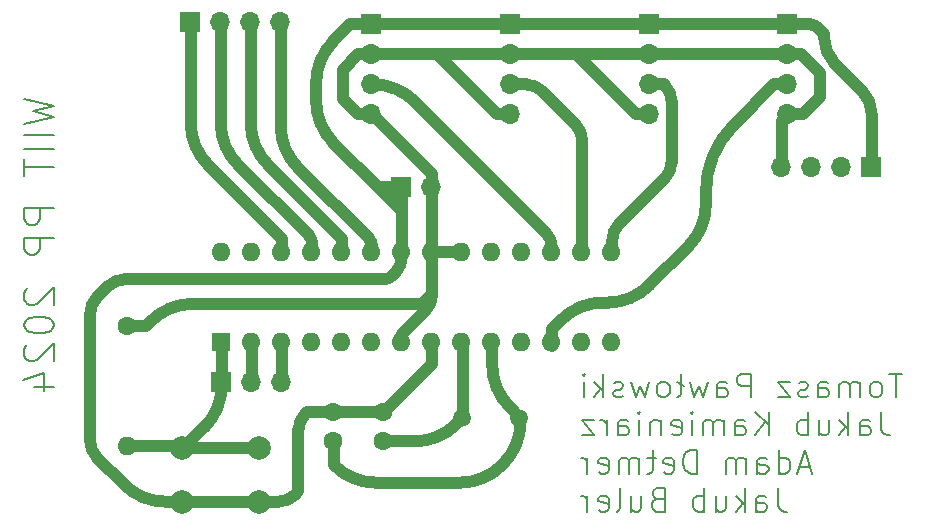
<source format=gbr>
%TF.GenerationSoftware,KiCad,Pcbnew,8.0.1*%
%TF.CreationDate,2024-04-07T11:58:20+02:00*%
%TF.ProjectId,RobotASK,526f626f-7441-4534-9b2e-6b696361645f,rev?*%
%TF.SameCoordinates,Original*%
%TF.FileFunction,Copper,L2,Bot*%
%TF.FilePolarity,Positive*%
%FSLAX46Y46*%
G04 Gerber Fmt 4.6, Leading zero omitted, Abs format (unit mm)*
G04 Created by KiCad (PCBNEW 8.0.1) date 2024-04-07 11:58:20*
%MOMM*%
%LPD*%
G01*
G04 APERTURE LIST*
%ADD10C,0.150000*%
%TA.AperFunction,NonConductor*%
%ADD11C,0.150000*%
%TD*%
%TA.AperFunction,ComponentPad*%
%ADD12R,1.700000X1.700000*%
%TD*%
%TA.AperFunction,ComponentPad*%
%ADD13O,1.700000X1.700000*%
%TD*%
%TA.AperFunction,ComponentPad*%
%ADD14C,1.600000*%
%TD*%
%TA.AperFunction,ComponentPad*%
%ADD15O,1.600000X1.600000*%
%TD*%
%TA.AperFunction,ComponentPad*%
%ADD16C,1.500000*%
%TD*%
%TA.AperFunction,ComponentPad*%
%ADD17C,2.000000*%
%TD*%
%TA.AperFunction,ComponentPad*%
%ADD18R,1.600000X1.600000*%
%TD*%
%TA.AperFunction,Conductor*%
%ADD19C,1.000000*%
%TD*%
G04 APERTURE END LIST*
D10*
D11*
X146727258Y-84287774D02*
X145584401Y-84287774D01*
X146155830Y-86287774D02*
X146155830Y-84287774D01*
X144632020Y-86287774D02*
X144822496Y-86192536D01*
X144822496Y-86192536D02*
X144917734Y-86097297D01*
X144917734Y-86097297D02*
X145012972Y-85906821D01*
X145012972Y-85906821D02*
X145012972Y-85335393D01*
X145012972Y-85335393D02*
X144917734Y-85144916D01*
X144917734Y-85144916D02*
X144822496Y-85049678D01*
X144822496Y-85049678D02*
X144632020Y-84954440D01*
X144632020Y-84954440D02*
X144346305Y-84954440D01*
X144346305Y-84954440D02*
X144155829Y-85049678D01*
X144155829Y-85049678D02*
X144060591Y-85144916D01*
X144060591Y-85144916D02*
X143965353Y-85335393D01*
X143965353Y-85335393D02*
X143965353Y-85906821D01*
X143965353Y-85906821D02*
X144060591Y-86097297D01*
X144060591Y-86097297D02*
X144155829Y-86192536D01*
X144155829Y-86192536D02*
X144346305Y-86287774D01*
X144346305Y-86287774D02*
X144632020Y-86287774D01*
X143108210Y-86287774D02*
X143108210Y-84954440D01*
X143108210Y-85144916D02*
X143012972Y-85049678D01*
X143012972Y-85049678D02*
X142822496Y-84954440D01*
X142822496Y-84954440D02*
X142536781Y-84954440D01*
X142536781Y-84954440D02*
X142346305Y-85049678D01*
X142346305Y-85049678D02*
X142251067Y-85240155D01*
X142251067Y-85240155D02*
X142251067Y-86287774D01*
X142251067Y-85240155D02*
X142155829Y-85049678D01*
X142155829Y-85049678D02*
X141965353Y-84954440D01*
X141965353Y-84954440D02*
X141679639Y-84954440D01*
X141679639Y-84954440D02*
X141489162Y-85049678D01*
X141489162Y-85049678D02*
X141393924Y-85240155D01*
X141393924Y-85240155D02*
X141393924Y-86287774D01*
X139584400Y-86287774D02*
X139584400Y-85240155D01*
X139584400Y-85240155D02*
X139679638Y-85049678D01*
X139679638Y-85049678D02*
X139870114Y-84954440D01*
X139870114Y-84954440D02*
X140251067Y-84954440D01*
X140251067Y-84954440D02*
X140441543Y-85049678D01*
X139584400Y-86192536D02*
X139774876Y-86287774D01*
X139774876Y-86287774D02*
X140251067Y-86287774D01*
X140251067Y-86287774D02*
X140441543Y-86192536D01*
X140441543Y-86192536D02*
X140536781Y-86002059D01*
X140536781Y-86002059D02*
X140536781Y-85811583D01*
X140536781Y-85811583D02*
X140441543Y-85621107D01*
X140441543Y-85621107D02*
X140251067Y-85525869D01*
X140251067Y-85525869D02*
X139774876Y-85525869D01*
X139774876Y-85525869D02*
X139584400Y-85430631D01*
X138727257Y-86192536D02*
X138536781Y-86287774D01*
X138536781Y-86287774D02*
X138155829Y-86287774D01*
X138155829Y-86287774D02*
X137965352Y-86192536D01*
X137965352Y-86192536D02*
X137870114Y-86002059D01*
X137870114Y-86002059D02*
X137870114Y-85906821D01*
X137870114Y-85906821D02*
X137965352Y-85716345D01*
X137965352Y-85716345D02*
X138155829Y-85621107D01*
X138155829Y-85621107D02*
X138441543Y-85621107D01*
X138441543Y-85621107D02*
X138632019Y-85525869D01*
X138632019Y-85525869D02*
X138727257Y-85335393D01*
X138727257Y-85335393D02*
X138727257Y-85240155D01*
X138727257Y-85240155D02*
X138632019Y-85049678D01*
X138632019Y-85049678D02*
X138441543Y-84954440D01*
X138441543Y-84954440D02*
X138155829Y-84954440D01*
X138155829Y-84954440D02*
X137965352Y-85049678D01*
X137203447Y-84954440D02*
X136155828Y-84954440D01*
X136155828Y-84954440D02*
X137203447Y-86287774D01*
X137203447Y-86287774D02*
X136155828Y-86287774D01*
X133870113Y-86287774D02*
X133870113Y-84287774D01*
X133870113Y-84287774D02*
X133108208Y-84287774D01*
X133108208Y-84287774D02*
X132917732Y-84383012D01*
X132917732Y-84383012D02*
X132822494Y-84478250D01*
X132822494Y-84478250D02*
X132727256Y-84668726D01*
X132727256Y-84668726D02*
X132727256Y-84954440D01*
X132727256Y-84954440D02*
X132822494Y-85144916D01*
X132822494Y-85144916D02*
X132917732Y-85240155D01*
X132917732Y-85240155D02*
X133108208Y-85335393D01*
X133108208Y-85335393D02*
X133870113Y-85335393D01*
X131012970Y-86287774D02*
X131012970Y-85240155D01*
X131012970Y-85240155D02*
X131108208Y-85049678D01*
X131108208Y-85049678D02*
X131298684Y-84954440D01*
X131298684Y-84954440D02*
X131679637Y-84954440D01*
X131679637Y-84954440D02*
X131870113Y-85049678D01*
X131012970Y-86192536D02*
X131203446Y-86287774D01*
X131203446Y-86287774D02*
X131679637Y-86287774D01*
X131679637Y-86287774D02*
X131870113Y-86192536D01*
X131870113Y-86192536D02*
X131965351Y-86002059D01*
X131965351Y-86002059D02*
X131965351Y-85811583D01*
X131965351Y-85811583D02*
X131870113Y-85621107D01*
X131870113Y-85621107D02*
X131679637Y-85525869D01*
X131679637Y-85525869D02*
X131203446Y-85525869D01*
X131203446Y-85525869D02*
X131012970Y-85430631D01*
X130251065Y-84954440D02*
X129870113Y-86287774D01*
X129870113Y-86287774D02*
X129489160Y-85335393D01*
X129489160Y-85335393D02*
X129108208Y-86287774D01*
X129108208Y-86287774D02*
X128727256Y-84954440D01*
X127679637Y-86287774D02*
X127870113Y-86192536D01*
X127870113Y-86192536D02*
X127965351Y-86002059D01*
X127965351Y-86002059D02*
X127965351Y-84287774D01*
X128251065Y-85335393D02*
X127679637Y-84954440D01*
X126632018Y-86287774D02*
X126822494Y-86192536D01*
X126822494Y-86192536D02*
X126917732Y-86097297D01*
X126917732Y-86097297D02*
X127012970Y-85906821D01*
X127012970Y-85906821D02*
X127012970Y-85335393D01*
X127012970Y-85335393D02*
X126917732Y-85144916D01*
X126917732Y-85144916D02*
X126822494Y-85049678D01*
X126822494Y-85049678D02*
X126632018Y-84954440D01*
X126632018Y-84954440D02*
X126346303Y-84954440D01*
X126346303Y-84954440D02*
X126155827Y-85049678D01*
X126155827Y-85049678D02*
X126060589Y-85144916D01*
X126060589Y-85144916D02*
X125965351Y-85335393D01*
X125965351Y-85335393D02*
X125965351Y-85906821D01*
X125965351Y-85906821D02*
X126060589Y-86097297D01*
X126060589Y-86097297D02*
X126155827Y-86192536D01*
X126155827Y-86192536D02*
X126346303Y-86287774D01*
X126346303Y-86287774D02*
X126632018Y-86287774D01*
X125298684Y-84954440D02*
X124917732Y-86287774D01*
X124917732Y-86287774D02*
X124536779Y-85335393D01*
X124536779Y-85335393D02*
X124155827Y-86287774D01*
X124155827Y-86287774D02*
X123774875Y-84954440D01*
X123108208Y-86192536D02*
X122917732Y-86287774D01*
X122917732Y-86287774D02*
X122536780Y-86287774D01*
X122536780Y-86287774D02*
X122346303Y-86192536D01*
X122346303Y-86192536D02*
X122251065Y-86002059D01*
X122251065Y-86002059D02*
X122251065Y-85906821D01*
X122251065Y-85906821D02*
X122346303Y-85716345D01*
X122346303Y-85716345D02*
X122536780Y-85621107D01*
X122536780Y-85621107D02*
X122822494Y-85621107D01*
X122822494Y-85621107D02*
X123012970Y-85525869D01*
X123012970Y-85525869D02*
X123108208Y-85335393D01*
X123108208Y-85335393D02*
X123108208Y-85240155D01*
X123108208Y-85240155D02*
X123012970Y-85049678D01*
X123012970Y-85049678D02*
X122822494Y-84954440D01*
X122822494Y-84954440D02*
X122536780Y-84954440D01*
X122536780Y-84954440D02*
X122346303Y-85049678D01*
X121393922Y-86287774D02*
X121393922Y-84287774D01*
X121203446Y-85525869D02*
X120632017Y-86287774D01*
X120632017Y-84954440D02*
X121393922Y-85716345D01*
X119774874Y-86287774D02*
X119774874Y-84954440D01*
X119774874Y-84287774D02*
X119870112Y-84383012D01*
X119870112Y-84383012D02*
X119774874Y-84478250D01*
X119774874Y-84478250D02*
X119679636Y-84383012D01*
X119679636Y-84383012D02*
X119774874Y-84287774D01*
X119774874Y-84287774D02*
X119774874Y-84478250D01*
X144917734Y-87507662D02*
X144917734Y-88936233D01*
X144917734Y-88936233D02*
X145012973Y-89221947D01*
X145012973Y-89221947D02*
X145203449Y-89412424D01*
X145203449Y-89412424D02*
X145489163Y-89507662D01*
X145489163Y-89507662D02*
X145679639Y-89507662D01*
X143108210Y-89507662D02*
X143108210Y-88460043D01*
X143108210Y-88460043D02*
X143203448Y-88269566D01*
X143203448Y-88269566D02*
X143393924Y-88174328D01*
X143393924Y-88174328D02*
X143774877Y-88174328D01*
X143774877Y-88174328D02*
X143965353Y-88269566D01*
X143108210Y-89412424D02*
X143298686Y-89507662D01*
X143298686Y-89507662D02*
X143774877Y-89507662D01*
X143774877Y-89507662D02*
X143965353Y-89412424D01*
X143965353Y-89412424D02*
X144060591Y-89221947D01*
X144060591Y-89221947D02*
X144060591Y-89031471D01*
X144060591Y-89031471D02*
X143965353Y-88840995D01*
X143965353Y-88840995D02*
X143774877Y-88745757D01*
X143774877Y-88745757D02*
X143298686Y-88745757D01*
X143298686Y-88745757D02*
X143108210Y-88650519D01*
X142155829Y-89507662D02*
X142155829Y-87507662D01*
X141965353Y-88745757D02*
X141393924Y-89507662D01*
X141393924Y-88174328D02*
X142155829Y-88936233D01*
X139679638Y-88174328D02*
X139679638Y-89507662D01*
X140536781Y-88174328D02*
X140536781Y-89221947D01*
X140536781Y-89221947D02*
X140441543Y-89412424D01*
X140441543Y-89412424D02*
X140251067Y-89507662D01*
X140251067Y-89507662D02*
X139965352Y-89507662D01*
X139965352Y-89507662D02*
X139774876Y-89412424D01*
X139774876Y-89412424D02*
X139679638Y-89317185D01*
X138727257Y-89507662D02*
X138727257Y-87507662D01*
X138727257Y-88269566D02*
X138536781Y-88174328D01*
X138536781Y-88174328D02*
X138155828Y-88174328D01*
X138155828Y-88174328D02*
X137965352Y-88269566D01*
X137965352Y-88269566D02*
X137870114Y-88364804D01*
X137870114Y-88364804D02*
X137774876Y-88555281D01*
X137774876Y-88555281D02*
X137774876Y-89126709D01*
X137774876Y-89126709D02*
X137870114Y-89317185D01*
X137870114Y-89317185D02*
X137965352Y-89412424D01*
X137965352Y-89412424D02*
X138155828Y-89507662D01*
X138155828Y-89507662D02*
X138536781Y-89507662D01*
X138536781Y-89507662D02*
X138727257Y-89412424D01*
X135393923Y-89507662D02*
X135393923Y-87507662D01*
X134251066Y-89507662D02*
X135108209Y-88364804D01*
X134251066Y-87507662D02*
X135393923Y-88650519D01*
X132536780Y-89507662D02*
X132536780Y-88460043D01*
X132536780Y-88460043D02*
X132632018Y-88269566D01*
X132632018Y-88269566D02*
X132822494Y-88174328D01*
X132822494Y-88174328D02*
X133203447Y-88174328D01*
X133203447Y-88174328D02*
X133393923Y-88269566D01*
X132536780Y-89412424D02*
X132727256Y-89507662D01*
X132727256Y-89507662D02*
X133203447Y-89507662D01*
X133203447Y-89507662D02*
X133393923Y-89412424D01*
X133393923Y-89412424D02*
X133489161Y-89221947D01*
X133489161Y-89221947D02*
X133489161Y-89031471D01*
X133489161Y-89031471D02*
X133393923Y-88840995D01*
X133393923Y-88840995D02*
X133203447Y-88745757D01*
X133203447Y-88745757D02*
X132727256Y-88745757D01*
X132727256Y-88745757D02*
X132536780Y-88650519D01*
X131584399Y-89507662D02*
X131584399Y-88174328D01*
X131584399Y-88364804D02*
X131489161Y-88269566D01*
X131489161Y-88269566D02*
X131298685Y-88174328D01*
X131298685Y-88174328D02*
X131012970Y-88174328D01*
X131012970Y-88174328D02*
X130822494Y-88269566D01*
X130822494Y-88269566D02*
X130727256Y-88460043D01*
X130727256Y-88460043D02*
X130727256Y-89507662D01*
X130727256Y-88460043D02*
X130632018Y-88269566D01*
X130632018Y-88269566D02*
X130441542Y-88174328D01*
X130441542Y-88174328D02*
X130155828Y-88174328D01*
X130155828Y-88174328D02*
X129965351Y-88269566D01*
X129965351Y-88269566D02*
X129870113Y-88460043D01*
X129870113Y-88460043D02*
X129870113Y-89507662D01*
X128917732Y-89507662D02*
X128917732Y-88174328D01*
X128917732Y-87507662D02*
X129012970Y-87602900D01*
X129012970Y-87602900D02*
X128917732Y-87698138D01*
X128917732Y-87698138D02*
X128822494Y-87602900D01*
X128822494Y-87602900D02*
X128917732Y-87507662D01*
X128917732Y-87507662D02*
X128917732Y-87698138D01*
X127203446Y-89412424D02*
X127393922Y-89507662D01*
X127393922Y-89507662D02*
X127774875Y-89507662D01*
X127774875Y-89507662D02*
X127965351Y-89412424D01*
X127965351Y-89412424D02*
X128060589Y-89221947D01*
X128060589Y-89221947D02*
X128060589Y-88460043D01*
X128060589Y-88460043D02*
X127965351Y-88269566D01*
X127965351Y-88269566D02*
X127774875Y-88174328D01*
X127774875Y-88174328D02*
X127393922Y-88174328D01*
X127393922Y-88174328D02*
X127203446Y-88269566D01*
X127203446Y-88269566D02*
X127108208Y-88460043D01*
X127108208Y-88460043D02*
X127108208Y-88650519D01*
X127108208Y-88650519D02*
X128060589Y-88840995D01*
X126251065Y-88174328D02*
X126251065Y-89507662D01*
X126251065Y-88364804D02*
X126155827Y-88269566D01*
X126155827Y-88269566D02*
X125965351Y-88174328D01*
X125965351Y-88174328D02*
X125679636Y-88174328D01*
X125679636Y-88174328D02*
X125489160Y-88269566D01*
X125489160Y-88269566D02*
X125393922Y-88460043D01*
X125393922Y-88460043D02*
X125393922Y-89507662D01*
X124441541Y-89507662D02*
X124441541Y-88174328D01*
X124441541Y-87507662D02*
X124536779Y-87602900D01*
X124536779Y-87602900D02*
X124441541Y-87698138D01*
X124441541Y-87698138D02*
X124346303Y-87602900D01*
X124346303Y-87602900D02*
X124441541Y-87507662D01*
X124441541Y-87507662D02*
X124441541Y-87698138D01*
X122632017Y-89507662D02*
X122632017Y-88460043D01*
X122632017Y-88460043D02*
X122727255Y-88269566D01*
X122727255Y-88269566D02*
X122917731Y-88174328D01*
X122917731Y-88174328D02*
X123298684Y-88174328D01*
X123298684Y-88174328D02*
X123489160Y-88269566D01*
X122632017Y-89412424D02*
X122822493Y-89507662D01*
X122822493Y-89507662D02*
X123298684Y-89507662D01*
X123298684Y-89507662D02*
X123489160Y-89412424D01*
X123489160Y-89412424D02*
X123584398Y-89221947D01*
X123584398Y-89221947D02*
X123584398Y-89031471D01*
X123584398Y-89031471D02*
X123489160Y-88840995D01*
X123489160Y-88840995D02*
X123298684Y-88745757D01*
X123298684Y-88745757D02*
X122822493Y-88745757D01*
X122822493Y-88745757D02*
X122632017Y-88650519D01*
X121679636Y-89507662D02*
X121679636Y-88174328D01*
X121679636Y-88555281D02*
X121584398Y-88364804D01*
X121584398Y-88364804D02*
X121489160Y-88269566D01*
X121489160Y-88269566D02*
X121298684Y-88174328D01*
X121298684Y-88174328D02*
X121108207Y-88174328D01*
X120632017Y-88174328D02*
X119584398Y-88174328D01*
X119584398Y-88174328D02*
X120632017Y-89507662D01*
X120632017Y-89507662D02*
X119584398Y-89507662D01*
X138917733Y-92156121D02*
X137965352Y-92156121D01*
X139108209Y-92727550D02*
X138441543Y-90727550D01*
X138441543Y-90727550D02*
X137774876Y-92727550D01*
X136251066Y-92727550D02*
X136251066Y-90727550D01*
X136251066Y-92632312D02*
X136441542Y-92727550D01*
X136441542Y-92727550D02*
X136822495Y-92727550D01*
X136822495Y-92727550D02*
X137012971Y-92632312D01*
X137012971Y-92632312D02*
X137108209Y-92537073D01*
X137108209Y-92537073D02*
X137203447Y-92346597D01*
X137203447Y-92346597D02*
X137203447Y-91775169D01*
X137203447Y-91775169D02*
X137108209Y-91584692D01*
X137108209Y-91584692D02*
X137012971Y-91489454D01*
X137012971Y-91489454D02*
X136822495Y-91394216D01*
X136822495Y-91394216D02*
X136441542Y-91394216D01*
X136441542Y-91394216D02*
X136251066Y-91489454D01*
X134441542Y-92727550D02*
X134441542Y-91679931D01*
X134441542Y-91679931D02*
X134536780Y-91489454D01*
X134536780Y-91489454D02*
X134727256Y-91394216D01*
X134727256Y-91394216D02*
X135108209Y-91394216D01*
X135108209Y-91394216D02*
X135298685Y-91489454D01*
X134441542Y-92632312D02*
X134632018Y-92727550D01*
X134632018Y-92727550D02*
X135108209Y-92727550D01*
X135108209Y-92727550D02*
X135298685Y-92632312D01*
X135298685Y-92632312D02*
X135393923Y-92441835D01*
X135393923Y-92441835D02*
X135393923Y-92251359D01*
X135393923Y-92251359D02*
X135298685Y-92060883D01*
X135298685Y-92060883D02*
X135108209Y-91965645D01*
X135108209Y-91965645D02*
X134632018Y-91965645D01*
X134632018Y-91965645D02*
X134441542Y-91870407D01*
X133489161Y-92727550D02*
X133489161Y-91394216D01*
X133489161Y-91584692D02*
X133393923Y-91489454D01*
X133393923Y-91489454D02*
X133203447Y-91394216D01*
X133203447Y-91394216D02*
X132917732Y-91394216D01*
X132917732Y-91394216D02*
X132727256Y-91489454D01*
X132727256Y-91489454D02*
X132632018Y-91679931D01*
X132632018Y-91679931D02*
X132632018Y-92727550D01*
X132632018Y-91679931D02*
X132536780Y-91489454D01*
X132536780Y-91489454D02*
X132346304Y-91394216D01*
X132346304Y-91394216D02*
X132060590Y-91394216D01*
X132060590Y-91394216D02*
X131870113Y-91489454D01*
X131870113Y-91489454D02*
X131774875Y-91679931D01*
X131774875Y-91679931D02*
X131774875Y-92727550D01*
X129298684Y-92727550D02*
X129298684Y-90727550D01*
X129298684Y-90727550D02*
X128822494Y-90727550D01*
X128822494Y-90727550D02*
X128536779Y-90822788D01*
X128536779Y-90822788D02*
X128346303Y-91013264D01*
X128346303Y-91013264D02*
X128251065Y-91203740D01*
X128251065Y-91203740D02*
X128155827Y-91584692D01*
X128155827Y-91584692D02*
X128155827Y-91870407D01*
X128155827Y-91870407D02*
X128251065Y-92251359D01*
X128251065Y-92251359D02*
X128346303Y-92441835D01*
X128346303Y-92441835D02*
X128536779Y-92632312D01*
X128536779Y-92632312D02*
X128822494Y-92727550D01*
X128822494Y-92727550D02*
X129298684Y-92727550D01*
X126536779Y-92632312D02*
X126727255Y-92727550D01*
X126727255Y-92727550D02*
X127108208Y-92727550D01*
X127108208Y-92727550D02*
X127298684Y-92632312D01*
X127298684Y-92632312D02*
X127393922Y-92441835D01*
X127393922Y-92441835D02*
X127393922Y-91679931D01*
X127393922Y-91679931D02*
X127298684Y-91489454D01*
X127298684Y-91489454D02*
X127108208Y-91394216D01*
X127108208Y-91394216D02*
X126727255Y-91394216D01*
X126727255Y-91394216D02*
X126536779Y-91489454D01*
X126536779Y-91489454D02*
X126441541Y-91679931D01*
X126441541Y-91679931D02*
X126441541Y-91870407D01*
X126441541Y-91870407D02*
X127393922Y-92060883D01*
X125870112Y-91394216D02*
X125108208Y-91394216D01*
X125584398Y-90727550D02*
X125584398Y-92441835D01*
X125584398Y-92441835D02*
X125489160Y-92632312D01*
X125489160Y-92632312D02*
X125298684Y-92727550D01*
X125298684Y-92727550D02*
X125108208Y-92727550D01*
X124441541Y-92727550D02*
X124441541Y-91394216D01*
X124441541Y-91584692D02*
X124346303Y-91489454D01*
X124346303Y-91489454D02*
X124155827Y-91394216D01*
X124155827Y-91394216D02*
X123870112Y-91394216D01*
X123870112Y-91394216D02*
X123679636Y-91489454D01*
X123679636Y-91489454D02*
X123584398Y-91679931D01*
X123584398Y-91679931D02*
X123584398Y-92727550D01*
X123584398Y-91679931D02*
X123489160Y-91489454D01*
X123489160Y-91489454D02*
X123298684Y-91394216D01*
X123298684Y-91394216D02*
X123012970Y-91394216D01*
X123012970Y-91394216D02*
X122822493Y-91489454D01*
X122822493Y-91489454D02*
X122727255Y-91679931D01*
X122727255Y-91679931D02*
X122727255Y-92727550D01*
X121012969Y-92632312D02*
X121203445Y-92727550D01*
X121203445Y-92727550D02*
X121584398Y-92727550D01*
X121584398Y-92727550D02*
X121774874Y-92632312D01*
X121774874Y-92632312D02*
X121870112Y-92441835D01*
X121870112Y-92441835D02*
X121870112Y-91679931D01*
X121870112Y-91679931D02*
X121774874Y-91489454D01*
X121774874Y-91489454D02*
X121584398Y-91394216D01*
X121584398Y-91394216D02*
X121203445Y-91394216D01*
X121203445Y-91394216D02*
X121012969Y-91489454D01*
X121012969Y-91489454D02*
X120917731Y-91679931D01*
X120917731Y-91679931D02*
X120917731Y-91870407D01*
X120917731Y-91870407D02*
X121870112Y-92060883D01*
X120060588Y-92727550D02*
X120060588Y-91394216D01*
X120060588Y-91775169D02*
X119965350Y-91584692D01*
X119965350Y-91584692D02*
X119870112Y-91489454D01*
X119870112Y-91489454D02*
X119679636Y-91394216D01*
X119679636Y-91394216D02*
X119489159Y-91394216D01*
X136155828Y-93947438D02*
X136155828Y-95376009D01*
X136155828Y-95376009D02*
X136251067Y-95661723D01*
X136251067Y-95661723D02*
X136441543Y-95852200D01*
X136441543Y-95852200D02*
X136727257Y-95947438D01*
X136727257Y-95947438D02*
X136917733Y-95947438D01*
X134346304Y-95947438D02*
X134346304Y-94899819D01*
X134346304Y-94899819D02*
X134441542Y-94709342D01*
X134441542Y-94709342D02*
X134632018Y-94614104D01*
X134632018Y-94614104D02*
X135012971Y-94614104D01*
X135012971Y-94614104D02*
X135203447Y-94709342D01*
X134346304Y-95852200D02*
X134536780Y-95947438D01*
X134536780Y-95947438D02*
X135012971Y-95947438D01*
X135012971Y-95947438D02*
X135203447Y-95852200D01*
X135203447Y-95852200D02*
X135298685Y-95661723D01*
X135298685Y-95661723D02*
X135298685Y-95471247D01*
X135298685Y-95471247D02*
X135203447Y-95280771D01*
X135203447Y-95280771D02*
X135012971Y-95185533D01*
X135012971Y-95185533D02*
X134536780Y-95185533D01*
X134536780Y-95185533D02*
X134346304Y-95090295D01*
X133393923Y-95947438D02*
X133393923Y-93947438D01*
X133203447Y-95185533D02*
X132632018Y-95947438D01*
X132632018Y-94614104D02*
X133393923Y-95376009D01*
X130917732Y-94614104D02*
X130917732Y-95947438D01*
X131774875Y-94614104D02*
X131774875Y-95661723D01*
X131774875Y-95661723D02*
X131679637Y-95852200D01*
X131679637Y-95852200D02*
X131489161Y-95947438D01*
X131489161Y-95947438D02*
X131203446Y-95947438D01*
X131203446Y-95947438D02*
X131012970Y-95852200D01*
X131012970Y-95852200D02*
X130917732Y-95756961D01*
X129965351Y-95947438D02*
X129965351Y-93947438D01*
X129965351Y-94709342D02*
X129774875Y-94614104D01*
X129774875Y-94614104D02*
X129393922Y-94614104D01*
X129393922Y-94614104D02*
X129203446Y-94709342D01*
X129203446Y-94709342D02*
X129108208Y-94804580D01*
X129108208Y-94804580D02*
X129012970Y-94995057D01*
X129012970Y-94995057D02*
X129012970Y-95566485D01*
X129012970Y-95566485D02*
X129108208Y-95756961D01*
X129108208Y-95756961D02*
X129203446Y-95852200D01*
X129203446Y-95852200D02*
X129393922Y-95947438D01*
X129393922Y-95947438D02*
X129774875Y-95947438D01*
X129774875Y-95947438D02*
X129965351Y-95852200D01*
X125965350Y-94899819D02*
X125679636Y-94995057D01*
X125679636Y-94995057D02*
X125584398Y-95090295D01*
X125584398Y-95090295D02*
X125489160Y-95280771D01*
X125489160Y-95280771D02*
X125489160Y-95566485D01*
X125489160Y-95566485D02*
X125584398Y-95756961D01*
X125584398Y-95756961D02*
X125679636Y-95852200D01*
X125679636Y-95852200D02*
X125870112Y-95947438D01*
X125870112Y-95947438D02*
X126632017Y-95947438D01*
X126632017Y-95947438D02*
X126632017Y-93947438D01*
X126632017Y-93947438D02*
X125965350Y-93947438D01*
X125965350Y-93947438D02*
X125774874Y-94042676D01*
X125774874Y-94042676D02*
X125679636Y-94137914D01*
X125679636Y-94137914D02*
X125584398Y-94328390D01*
X125584398Y-94328390D02*
X125584398Y-94518866D01*
X125584398Y-94518866D02*
X125679636Y-94709342D01*
X125679636Y-94709342D02*
X125774874Y-94804580D01*
X125774874Y-94804580D02*
X125965350Y-94899819D01*
X125965350Y-94899819D02*
X126632017Y-94899819D01*
X123774874Y-94614104D02*
X123774874Y-95947438D01*
X124632017Y-94614104D02*
X124632017Y-95661723D01*
X124632017Y-95661723D02*
X124536779Y-95852200D01*
X124536779Y-95852200D02*
X124346303Y-95947438D01*
X124346303Y-95947438D02*
X124060588Y-95947438D01*
X124060588Y-95947438D02*
X123870112Y-95852200D01*
X123870112Y-95852200D02*
X123774874Y-95756961D01*
X122536779Y-95947438D02*
X122727255Y-95852200D01*
X122727255Y-95852200D02*
X122822493Y-95661723D01*
X122822493Y-95661723D02*
X122822493Y-93947438D01*
X121012969Y-95852200D02*
X121203445Y-95947438D01*
X121203445Y-95947438D02*
X121584398Y-95947438D01*
X121584398Y-95947438D02*
X121774874Y-95852200D01*
X121774874Y-95852200D02*
X121870112Y-95661723D01*
X121870112Y-95661723D02*
X121870112Y-94899819D01*
X121870112Y-94899819D02*
X121774874Y-94709342D01*
X121774874Y-94709342D02*
X121584398Y-94614104D01*
X121584398Y-94614104D02*
X121203445Y-94614104D01*
X121203445Y-94614104D02*
X121012969Y-94709342D01*
X121012969Y-94709342D02*
X120917731Y-94899819D01*
X120917731Y-94899819D02*
X120917731Y-95090295D01*
X120917731Y-95090295D02*
X121870112Y-95280771D01*
X120060588Y-95947438D02*
X120060588Y-94614104D01*
X120060588Y-94995057D02*
X119965350Y-94804580D01*
X119965350Y-94804580D02*
X119870112Y-94709342D01*
X119870112Y-94709342D02*
X119679636Y-94614104D01*
X119679636Y-94614104D02*
X119489159Y-94614104D01*
D10*
D11*
X72386247Y-60982269D02*
X74886247Y-61577507D01*
X74886247Y-61577507D02*
X73100533Y-62053698D01*
X73100533Y-62053698D02*
X74886247Y-62529888D01*
X74886247Y-62529888D02*
X72386247Y-63125127D01*
X74886247Y-64077508D02*
X72386247Y-64077508D01*
X74886247Y-65267984D02*
X72386247Y-65267984D01*
X72386247Y-66101317D02*
X72386247Y-67529888D01*
X74886247Y-66815602D02*
X72386247Y-66815602D01*
X74886247Y-70267984D02*
X72386247Y-70267984D01*
X72386247Y-70267984D02*
X72386247Y-71220365D01*
X72386247Y-71220365D02*
X72505295Y-71458460D01*
X72505295Y-71458460D02*
X72624342Y-71577507D01*
X72624342Y-71577507D02*
X72862438Y-71696555D01*
X72862438Y-71696555D02*
X73219580Y-71696555D01*
X73219580Y-71696555D02*
X73457676Y-71577507D01*
X73457676Y-71577507D02*
X73576723Y-71458460D01*
X73576723Y-71458460D02*
X73695771Y-71220365D01*
X73695771Y-71220365D02*
X73695771Y-70267984D01*
X74886247Y-72767984D02*
X72386247Y-72767984D01*
X72386247Y-72767984D02*
X72386247Y-73720365D01*
X72386247Y-73720365D02*
X72505295Y-73958460D01*
X72505295Y-73958460D02*
X72624342Y-74077507D01*
X72624342Y-74077507D02*
X72862438Y-74196555D01*
X72862438Y-74196555D02*
X73219580Y-74196555D01*
X73219580Y-74196555D02*
X73457676Y-74077507D01*
X73457676Y-74077507D02*
X73576723Y-73958460D01*
X73576723Y-73958460D02*
X73695771Y-73720365D01*
X73695771Y-73720365D02*
X73695771Y-72767984D01*
X72624342Y-77053698D02*
X72505295Y-77172746D01*
X72505295Y-77172746D02*
X72386247Y-77410841D01*
X72386247Y-77410841D02*
X72386247Y-78006079D01*
X72386247Y-78006079D02*
X72505295Y-78244174D01*
X72505295Y-78244174D02*
X72624342Y-78363222D01*
X72624342Y-78363222D02*
X72862438Y-78482269D01*
X72862438Y-78482269D02*
X73100533Y-78482269D01*
X73100533Y-78482269D02*
X73457676Y-78363222D01*
X73457676Y-78363222D02*
X74886247Y-76934650D01*
X74886247Y-76934650D02*
X74886247Y-78482269D01*
X72386247Y-80029888D02*
X72386247Y-80267983D01*
X72386247Y-80267983D02*
X72505295Y-80506079D01*
X72505295Y-80506079D02*
X72624342Y-80625126D01*
X72624342Y-80625126D02*
X72862438Y-80744174D01*
X72862438Y-80744174D02*
X73338628Y-80863221D01*
X73338628Y-80863221D02*
X73933866Y-80863221D01*
X73933866Y-80863221D02*
X74410057Y-80744174D01*
X74410057Y-80744174D02*
X74648152Y-80625126D01*
X74648152Y-80625126D02*
X74767200Y-80506079D01*
X74767200Y-80506079D02*
X74886247Y-80267983D01*
X74886247Y-80267983D02*
X74886247Y-80029888D01*
X74886247Y-80029888D02*
X74767200Y-79791793D01*
X74767200Y-79791793D02*
X74648152Y-79672745D01*
X74648152Y-79672745D02*
X74410057Y-79553698D01*
X74410057Y-79553698D02*
X73933866Y-79434650D01*
X73933866Y-79434650D02*
X73338628Y-79434650D01*
X73338628Y-79434650D02*
X72862438Y-79553698D01*
X72862438Y-79553698D02*
X72624342Y-79672745D01*
X72624342Y-79672745D02*
X72505295Y-79791793D01*
X72505295Y-79791793D02*
X72386247Y-80029888D01*
X72624342Y-81815602D02*
X72505295Y-81934650D01*
X72505295Y-81934650D02*
X72386247Y-82172745D01*
X72386247Y-82172745D02*
X72386247Y-82767983D01*
X72386247Y-82767983D02*
X72505295Y-83006078D01*
X72505295Y-83006078D02*
X72624342Y-83125126D01*
X72624342Y-83125126D02*
X72862438Y-83244173D01*
X72862438Y-83244173D02*
X73100533Y-83244173D01*
X73100533Y-83244173D02*
X73457676Y-83125126D01*
X73457676Y-83125126D02*
X74886247Y-81696554D01*
X74886247Y-81696554D02*
X74886247Y-83244173D01*
X73219580Y-85387030D02*
X74886247Y-85387030D01*
X72267200Y-84791792D02*
X74052914Y-84196554D01*
X74052914Y-84196554D02*
X74052914Y-85744173D01*
D12*
%TO.P,J5,1,Pin_1*%
%TO.N,GND*%
X144050000Y-66770000D03*
D13*
%TO.P,J5,2,Pin_2*%
%TO.N,unconnected-(J5-Pin_2-Pad2)*%
X141510000Y-66770000D03*
%TO.P,J5,3,Pin_3*%
%TO.N,unconnected-(J5-Pin_3-Pad3)*%
X138970000Y-66770000D03*
%TO.P,J5,4,Pin_4*%
%TO.N,+5V*%
X136430000Y-66770000D03*
%TD*%
D12*
%TO.P,J6,1,Pin_1*%
%TO.N,PH3*%
X86380000Y-54500000D03*
D13*
%TO.P,J6,2,Pin_2*%
%TO.N,PH2*%
X88920000Y-54500000D03*
%TO.P,J6,3,Pin_3*%
%TO.N,PH1*%
X91460000Y-54500000D03*
%TO.P,J6,4,Pin_4*%
%TO.N,PH0*%
X94000000Y-54500000D03*
%TD*%
D14*
%TO.P,R9,1*%
%TO.N,+5V*%
X81110000Y-80250000D03*
D15*
%TO.P,R9,2*%
%TO.N,~RESET*%
X81110000Y-90410000D03*
%TD*%
D14*
%TO.P,C2,1*%
%TO.N,CRY1*%
X102750000Y-90000000D03*
%TO.P,C2,2*%
%TO.N,GND*%
X102750000Y-87500000D03*
%TD*%
D12*
%TO.P,J1,1,Pin_1*%
%TO.N,GND*%
X101750000Y-54700000D03*
D13*
%TO.P,J1,2,Pin_2*%
%TO.N,+5V*%
X101750000Y-57240000D03*
%TO.P,J1,3,Pin_3*%
%TO.N,SERV0*%
X101750000Y-59780000D03*
%TO.P,J1,4,Pin_4*%
%TO.N,+5V*%
X101750000Y-62320000D03*
%TD*%
D14*
%TO.P,C1,1*%
%TO.N,CRY2*%
X98500000Y-90000000D03*
%TO.P,C1,2*%
%TO.N,GND*%
X98500000Y-87500000D03*
%TD*%
D16*
%TO.P,Y1,1,1*%
%TO.N,CRY2*%
X114300000Y-88000000D03*
%TO.P,Y1,2,2*%
%TO.N,CRY1*%
X109420000Y-88000000D03*
%TD*%
D17*
%TO.P,SW2,1,1*%
%TO.N,GND*%
X92250000Y-95110000D03*
X85750000Y-95110000D03*
%TO.P,SW2,2,2*%
%TO.N,~RESET*%
X92250000Y-90610000D03*
X85750000Y-90610000D03*
%TD*%
D12*
%TO.P,J7,1,Pin_1*%
%TO.N,GND*%
X104240000Y-68500000D03*
D13*
%TO.P,J7,2,Pin_2*%
%TO.N,+5V*%
X106780000Y-68500000D03*
%TD*%
D18*
%TO.P,U1,1,~{RESET}/PC6*%
%TO.N,~RESET*%
X89050000Y-81620000D03*
D15*
%TO.P,U1,2,PD0*%
%TO.N,RX*%
X91590000Y-81620000D03*
%TO.P,U1,3,PD1*%
%TO.N,TX*%
X94130000Y-81620000D03*
%TO.P,U1,4,PD2*%
%TO.N,unconnected-(U1-PD2-Pad4)*%
X96670000Y-81620000D03*
%TO.P,U1,5,PD3*%
%TO.N,unconnected-(U1-PD3-Pad5)*%
X99210000Y-81620000D03*
%TO.P,U1,6,PD4*%
%TO.N,unconnected-(U1-PD4-Pad6)*%
X101750000Y-81620000D03*
%TO.P,U1,7,VCC*%
%TO.N,+5V*%
X104290000Y-81620000D03*
%TO.P,U1,8,GND*%
%TO.N,GND*%
X106830000Y-81620000D03*
%TO.P,U1,9,XTAL1/PB6*%
%TO.N,CRY1*%
X109370000Y-81620000D03*
%TO.P,U1,10,XTAL2/PB7*%
%TO.N,CRY2*%
X111910000Y-81620000D03*
%TO.P,U1,11,PD5*%
%TO.N,unconnected-(U1-PD5-Pad11)*%
X114450000Y-81620000D03*
%TO.P,U1,12,PD6*%
%TO.N,SERV3*%
X116990000Y-81620000D03*
%TO.P,U1,13,PD7*%
%TO.N,unconnected-(U1-PD7-Pad13)*%
X119530000Y-81620000D03*
%TO.P,U1,14,PB0*%
%TO.N,unconnected-(U1-PB0-Pad14)*%
X122070000Y-81620000D03*
%TO.P,U1,15,PB1*%
%TO.N,SERV2*%
X122070000Y-74000000D03*
%TO.P,U1,16,PB2*%
%TO.N,SERV1*%
X119530000Y-74000000D03*
%TO.P,U1,17,PB3*%
%TO.N,SERV0*%
X116990000Y-74000000D03*
%TO.P,U1,18,PB4*%
%TO.N,unconnected-(U1-PB4-Pad18)*%
X114450000Y-74000000D03*
%TO.P,U1,19,PB5*%
%TO.N,unconnected-(U1-PB5-Pad19)*%
X111910000Y-74000000D03*
%TO.P,U1,20,AVCC*%
%TO.N,+5V*%
X109370000Y-74000000D03*
%TO.P,U1,21,AREF*%
X106830000Y-74000000D03*
%TO.P,U1,22,GND*%
%TO.N,GND*%
X104290000Y-74000000D03*
%TO.P,U1,23,PC0*%
%TO.N,PH0*%
X101750000Y-74000000D03*
%TO.P,U1,24,PC1*%
%TO.N,PH1*%
X99210000Y-74000000D03*
%TO.P,U1,25,PC2*%
%TO.N,PH2*%
X96670000Y-74000000D03*
%TO.P,U1,26,PC3*%
%TO.N,PH3*%
X94130000Y-74000000D03*
%TO.P,U1,27,PC4*%
%TO.N,unconnected-(U1-PC4-Pad27)*%
X91590000Y-74000000D03*
%TO.P,U1,28,PC5*%
%TO.N,unconnected-(U1-PC5-Pad28)*%
X89050000Y-74000000D03*
%TD*%
D12*
%TO.P,J8,1,Pin_1*%
%TO.N,~RESET*%
X89000000Y-85000000D03*
D13*
%TO.P,J8,2,Pin_2*%
%TO.N,RX*%
X91540000Y-85000000D03*
%TO.P,J8,3,Pin_3*%
%TO.N,TX*%
X94080000Y-85000000D03*
%TD*%
D12*
%TO.P,J3,1,Pin_1*%
%TO.N,GND*%
X125250000Y-54700000D03*
D13*
%TO.P,J3,2,Pin_2*%
%TO.N,+5V*%
X125250000Y-57240000D03*
%TO.P,J3,3,Pin_3*%
%TO.N,SERV2*%
X125250000Y-59780000D03*
%TO.P,J3,4,Pin_4*%
%TO.N,+5V*%
X125250000Y-62320000D03*
%TD*%
D12*
%TO.P,J2,1,Pin_1*%
%TO.N,GND*%
X113500000Y-54700000D03*
D13*
%TO.P,J2,2,Pin_2*%
%TO.N,+5V*%
X113500000Y-57240000D03*
%TO.P,J2,3,Pin_3*%
%TO.N,SERV1*%
X113500000Y-59780000D03*
%TO.P,J2,4,Pin_4*%
%TO.N,+5V*%
X113500000Y-62320000D03*
%TD*%
D12*
%TO.P,J4,1,Pin_1*%
%TO.N,GND*%
X137000000Y-54700000D03*
D13*
%TO.P,J4,2,Pin_2*%
%TO.N,+5V*%
X137000000Y-57240000D03*
%TO.P,J4,3,Pin_3*%
%TO.N,SERV3*%
X137000000Y-59780000D03*
%TO.P,J4,4,Pin_4*%
%TO.N,+5V*%
X137000000Y-62320000D03*
%TD*%
D19*
%TO.N,CRY2*%
X113464466Y-87074466D02*
X114390000Y-88000000D01*
X98590000Y-92000000D02*
X98625534Y-92035534D01*
X112925534Y-91914466D02*
X112804466Y-92035534D01*
X112000000Y-81620000D02*
X112000000Y-83538932D01*
X98590000Y-92000000D02*
X98590000Y-90000000D01*
X102161068Y-93500000D02*
X109268932Y-93500000D01*
X114390000Y-88000000D02*
X114390000Y-88378932D01*
X113464467Y-87074465D02*
G75*
G02*
X111999978Y-83538932I3535533J3535565D01*
G01*
X98625535Y-92035533D02*
G75*
G03*
X102161068Y-93500022I3535565J3535533D01*
G01*
X114390000Y-88378932D02*
G75*
G02*
X112925518Y-91914450I-5000000J32D01*
G01*
X109268932Y-93500000D02*
G75*
G03*
X112804450Y-92035518I-32J5000000D01*
G01*
%TO.N,GND*%
X96340000Y-87500000D02*
X98590000Y-87500000D01*
X104330000Y-70490000D02*
X102340000Y-68500000D01*
X104330000Y-70750000D02*
X104330000Y-72561068D01*
X77950000Y-89960505D02*
X77950000Y-79218427D01*
X104380000Y-74000000D02*
X104380000Y-72611068D01*
X80868427Y-76300000D02*
X102797156Y-76300000D01*
X139582893Y-54992893D02*
X140090000Y-55500000D01*
X96175787Y-87664213D02*
X96340000Y-87500000D01*
X104330000Y-68500000D02*
X104330000Y-70750000D01*
X137090000Y-54700000D02*
X101840000Y-54700000D01*
X104330000Y-68500000D02*
X102340000Y-68500000D01*
X101840000Y-54700000D02*
X99990000Y-54700000D01*
X101340000Y-87500000D02*
X98590000Y-87500000D01*
X104330000Y-70750000D02*
X104330000Y-70490000D01*
X78535787Y-77804213D02*
X79454214Y-76885786D01*
X104380000Y-73540000D02*
X104340000Y-73500000D01*
X99990000Y-54700000D02*
X98554466Y-56135534D01*
X102840000Y-87500000D02*
X106920000Y-83420000D01*
X104380000Y-74302943D02*
X104380000Y-74000000D01*
X103504263Y-76007107D02*
X103794213Y-75717157D01*
X85840000Y-95110000D02*
X84342136Y-95110000D01*
X144140000Y-62363709D02*
X144140000Y-66770000D01*
X140968680Y-57949748D02*
X143261321Y-60242389D01*
X102340000Y-68500000D02*
X98554466Y-64714466D01*
X92340000Y-95110000D02*
X85840000Y-95110000D01*
X104380000Y-74000000D02*
X104380000Y-73540000D01*
X80806602Y-93645534D02*
X78535786Y-91374718D01*
X140090000Y-55500000D02*
X140090000Y-55828427D01*
X95590000Y-94250000D02*
X95590000Y-89078427D01*
X137090000Y-54700000D02*
X138875786Y-54700000D01*
X95315787Y-94524213D02*
X95590000Y-94250000D01*
X106920000Y-83420000D02*
X106920000Y-81620000D01*
X101340000Y-87500000D02*
X102840000Y-87500000D01*
X104330000Y-72561068D02*
X104380000Y-72611068D01*
X92340000Y-95110000D02*
X93901573Y-95110000D01*
X97090000Y-59671068D02*
X97090000Y-61178932D01*
X101840000Y-87500000D02*
X101340000Y-87500000D01*
X143261320Y-60242390D02*
G75*
G02*
X144139993Y-62363709I-2121320J-2121310D01*
G01*
X140968680Y-57949748D02*
G75*
G02*
X140089981Y-55828427I2121320J2121348D01*
G01*
X98554467Y-64714465D02*
G75*
G02*
X97089978Y-61178932I3535533J3535565D01*
G01*
X78535786Y-91374718D02*
G75*
G02*
X77949997Y-89960505I1414214J1414218D01*
G01*
X139582893Y-54992893D02*
G75*
G03*
X138875786Y-54700010I-707093J-707107D01*
G01*
X93901573Y-95110000D02*
G75*
G03*
X95315801Y-94524227I27J2000000D01*
G01*
X97090000Y-59671068D02*
G75*
G02*
X98554482Y-56135550I5000000J-32D01*
G01*
X77950000Y-79218427D02*
G75*
G02*
X78535773Y-77804199I2000000J27D01*
G01*
X103794213Y-75717157D02*
G75*
G03*
X104380030Y-74302943I-1414213J1414257D01*
G01*
X84342136Y-95110000D02*
G75*
G02*
X80806584Y-93645552I-36J5000000D01*
G01*
X102797156Y-76300000D02*
G75*
G03*
X103504276Y-76007120I-56J1000200D01*
G01*
X79454215Y-76885787D02*
G75*
G02*
X80868427Y-76300020I1414185J-1414213D01*
G01*
X96175788Y-87664214D02*
G75*
G03*
X95590020Y-89078427I1414212J-1414186D01*
G01*
%TO.N,CRY1*%
X108974466Y-88535534D02*
X109510000Y-88000000D01*
X109510000Y-88000000D02*
X109510000Y-81670000D01*
X109510000Y-81670000D02*
X109460000Y-81620000D01*
X102840000Y-90000000D02*
X105438932Y-90000000D01*
X108974465Y-88535533D02*
G75*
G02*
X105438932Y-90000022I-3535565J3535533D01*
G01*
%TO.N,+5V*%
X106920000Y-74000000D02*
X109460000Y-74000000D01*
X101840000Y-62320000D02*
X100637919Y-62320000D01*
X106091573Y-78367308D02*
X106920000Y-77538881D01*
X117590000Y-57240000D02*
X137090000Y-57240000D01*
X105840000Y-57240000D02*
X117590000Y-57240000D01*
X106920000Y-74000000D02*
X106920000Y-77538881D01*
X106870000Y-68500000D02*
X106870000Y-67350000D01*
X106334213Y-78953095D02*
X104380000Y-80907308D01*
X83096653Y-79831774D02*
X82678427Y-80250000D01*
X112387919Y-62320000D02*
X107307919Y-57240000D01*
X125340000Y-62320000D02*
X124137919Y-62320000D01*
X137090000Y-57240000D02*
X138168126Y-57240000D01*
X136520000Y-66770000D02*
X136520000Y-62890000D01*
X104380000Y-80907308D02*
X104380000Y-81620000D01*
X99340000Y-58537919D02*
X100637919Y-57240000D01*
X139743806Y-58846194D02*
X139743806Y-60868275D01*
X138168126Y-57240000D02*
X139468680Y-58540554D01*
X82678427Y-80250000D02*
X81200000Y-80250000D01*
X106870000Y-67350000D02*
X101840000Y-62320000D01*
X86632187Y-78367308D02*
X106091573Y-78367308D01*
X139468680Y-58540554D02*
X139468680Y-58571068D01*
X100637919Y-62320000D02*
X99340000Y-61022081D01*
X139743806Y-60868275D02*
X138292081Y-62320000D01*
X101840000Y-57240000D02*
X105840000Y-57240000D01*
X139468680Y-58571068D02*
X139743806Y-58846194D01*
X106870000Y-68500000D02*
X106870000Y-73950000D01*
X106870000Y-73950000D02*
X106920000Y-74000000D01*
X124137919Y-62320000D02*
X119057919Y-57240000D01*
X107307919Y-57240000D02*
X105840000Y-57240000D01*
X119057919Y-57240000D02*
X117590000Y-57240000D01*
X99340000Y-61022081D02*
X99340000Y-58537919D01*
X100637919Y-57240000D02*
X101840000Y-57240000D01*
X136520000Y-62890000D02*
X137090000Y-62320000D01*
X113590000Y-62320000D02*
X112387919Y-62320000D01*
X138292081Y-62320000D02*
X137090000Y-62320000D01*
X83096653Y-79831774D02*
G75*
G02*
X86632187Y-78367297I3535547J-3535526D01*
G01*
X106920000Y-77538881D02*
G75*
G02*
X106334223Y-78953105I-2000000J-19D01*
G01*
%TO.N,SERV0*%
X117080000Y-74000000D02*
X117080000Y-73697057D01*
X101920302Y-59780000D02*
X101840000Y-59780000D01*
X116494213Y-72282843D02*
X105455836Y-61244466D01*
X117080000Y-73697057D02*
G75*
G03*
X116494192Y-72282864I-2000000J-43D01*
G01*
X101920302Y-59780000D02*
G75*
G02*
X105455835Y-61244467I-2J-5000000D01*
G01*
%TO.N,SERV1*%
X119034214Y-63157479D02*
X116242521Y-60365786D01*
X114828308Y-59780000D02*
X113590000Y-59780000D01*
X119620000Y-64571692D02*
X119620000Y-74000000D01*
X116242521Y-60365786D02*
G75*
G03*
X114828308Y-59779995I-1414221J-1414214D01*
G01*
X119034214Y-63157479D02*
G75*
G02*
X119620005Y-64571692I-1414214J-1414221D01*
G01*
%TO.N,SERV2*%
X127190000Y-61256346D02*
X127190000Y-66321573D01*
X122160000Y-73008427D02*
X122160000Y-74000000D01*
X126604213Y-67735787D02*
X122745786Y-71594214D01*
X126542081Y-59780000D02*
X125340000Y-59780000D01*
X126604213Y-59842132D02*
X126542081Y-59780000D01*
X126604213Y-59842132D02*
G75*
G02*
X127189967Y-61256346I-1414213J-1414168D01*
G01*
X126604212Y-67735786D02*
G75*
G03*
X127189980Y-66321573I-1414212J1414186D01*
G01*
X122160000Y-73008427D02*
G75*
G02*
X122745772Y-71594200I2000000J27D01*
G01*
%TO.N,SERV3*%
X121768932Y-78250000D02*
X121389698Y-78250000D01*
X117854164Y-79714466D02*
X117080000Y-80488630D01*
X128625534Y-73464466D02*
X125304466Y-76785534D01*
X137090000Y-59780000D02*
X135887919Y-59780000D01*
X117080000Y-80488630D02*
X117080000Y-81620000D01*
X117080000Y-81922943D02*
X117080000Y-81620000D01*
X130090000Y-68891627D02*
X130090000Y-69928932D01*
X135887919Y-59780000D02*
X132433146Y-63234773D01*
X125304465Y-76785533D02*
G75*
G02*
X121768932Y-78250022I-3535565J3535533D01*
G01*
X130090000Y-69928932D02*
G75*
G02*
X128625518Y-73464450I-5000000J32D01*
G01*
X117854164Y-79714466D02*
G75*
G02*
X121389698Y-78249999I3535536J-3535534D01*
G01*
X132433146Y-63234773D02*
G75*
G03*
X130090020Y-68891627I5656854J-5656827D01*
G01*
%TO.N,PH0*%
X101840000Y-74000000D02*
X101790000Y-73950000D01*
X101840000Y-74000000D02*
X101840000Y-73535534D01*
X94090000Y-63300252D02*
X94090000Y-54500000D01*
X101547107Y-72828427D02*
X95554466Y-66835786D01*
X95554466Y-66835786D02*
G75*
G02*
X94090034Y-63300252I3535534J3535486D01*
G01*
X101547107Y-72828427D02*
G75*
G02*
X101839976Y-73535534I-707107J-707073D01*
G01*
%TO.N,PH1*%
X99300000Y-72868630D02*
X93014466Y-66583096D01*
X99250000Y-73950000D02*
X99300000Y-74000000D01*
X99300000Y-74000000D02*
X99300000Y-72868630D01*
X91550000Y-63047562D02*
X91550000Y-54500000D01*
X91550000Y-63047562D02*
G75*
G03*
X93014447Y-66583115I5000000J-38D01*
G01*
%TO.N,PH2*%
X96760000Y-74000000D02*
X96760000Y-73282844D01*
X96710000Y-73950000D02*
X96760000Y-74000000D01*
X89010000Y-63047562D02*
X89010000Y-54500000D01*
X96467107Y-72575737D02*
X90474466Y-66583096D01*
X90474466Y-66583096D02*
G75*
G02*
X89010027Y-63047562I3535534J3535496D01*
G01*
X96467107Y-72575737D02*
G75*
G02*
X96759969Y-73282844I-707107J-707063D01*
G01*
%TO.N,PH3*%
X94220000Y-72868630D02*
X87934466Y-66583096D01*
X94170000Y-73950000D02*
X94220000Y-74000000D01*
X86470000Y-54500000D02*
X86470000Y-63047562D01*
X94220000Y-74000000D02*
X94220000Y-72868630D01*
X86470000Y-63047562D02*
G75*
G03*
X87934447Y-66583115I5000000J-38D01*
G01*
%TO.N,~RESET*%
X89140000Y-84950000D02*
X89090000Y-85000000D01*
X89140000Y-81620000D02*
X89140000Y-84950000D01*
X87625534Y-88824466D02*
X85840000Y-90610000D01*
X89090000Y-85000000D02*
X89090000Y-85288932D01*
X92340000Y-90610000D02*
X85840000Y-90610000D01*
X85640000Y-90410000D02*
X85840000Y-90610000D01*
X81200000Y-90410000D02*
X85640000Y-90410000D01*
X89090000Y-85288932D02*
G75*
G02*
X87625518Y-88824450I-5000000J32D01*
G01*
%TO.N,RX*%
X91680000Y-81620000D02*
X91680000Y-84950000D01*
X91680000Y-84950000D02*
X91630000Y-85000000D01*
%TO.N,TX*%
X94170000Y-81670000D02*
X94220000Y-81620000D01*
X94170000Y-85000000D02*
X94170000Y-81670000D01*
%TD*%
M02*

</source>
